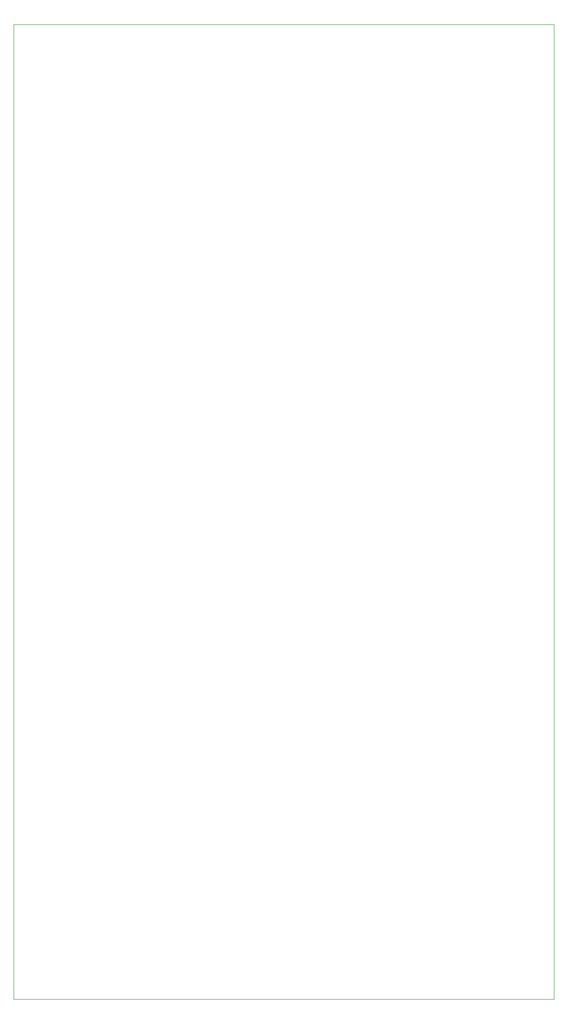
<source format=gm1>
G04 #@! TF.GenerationSoftware,KiCad,Pcbnew,6.0.7-1.fc35*
G04 #@! TF.CreationDate,2022-08-15T15:05:26+05:30*
G04 #@! TF.ProjectId,16_channel_relay,31365f63-6861-46e6-9e65-6c5f72656c61,rev?*
G04 #@! TF.SameCoordinates,Original*
G04 #@! TF.FileFunction,Profile,NP*
%FSLAX46Y46*%
G04 Gerber Fmt 4.6, Leading zero omitted, Abs format (unit mm)*
G04 Created by KiCad (PCBNEW 6.0.7-1.fc35) date 2022-08-15 15:05:26*
%MOMM*%
%LPD*%
G01*
G04 APERTURE LIST*
G04 #@! TA.AperFunction,Profile*
%ADD10C,0.100000*%
G04 #@! TD*
G04 APERTURE END LIST*
D10*
X112522000Y-190754000D02*
X14986000Y-190754000D01*
X14986000Y-14986000D01*
X112522000Y-14986000D01*
X112522000Y-190754000D01*
M02*

</source>
